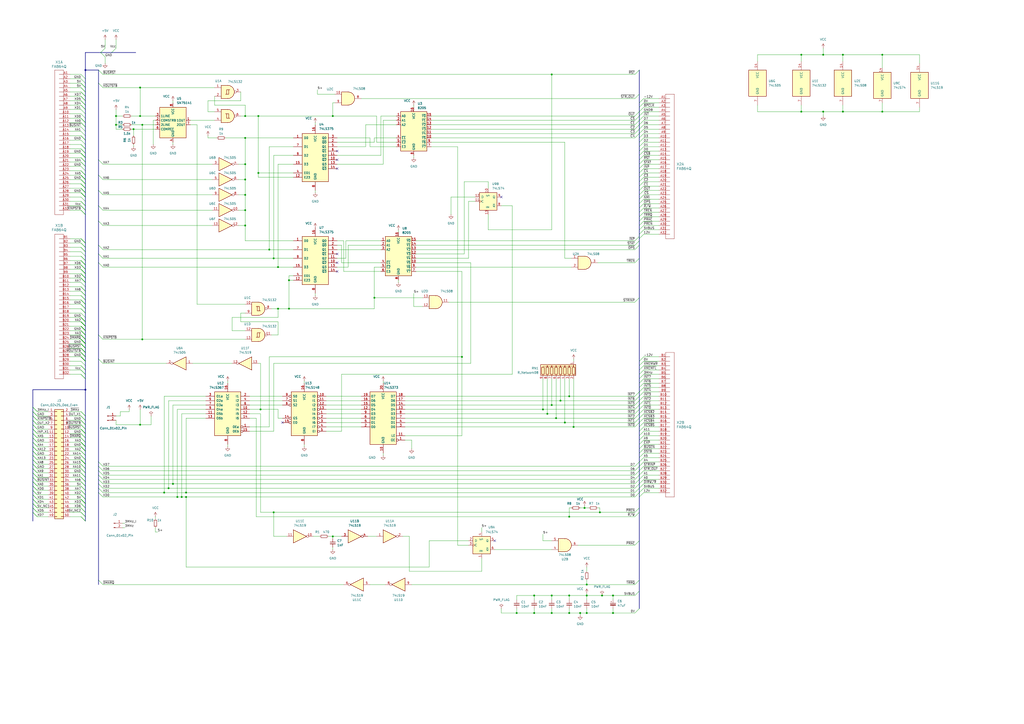
<source format=kicad_sch>
(kicad_sch
	(version 20231120)
	(generator "eeschema")
	(generator_version "8.0")
	(uuid "e1344761-a16d-4352-afe7-1fe017b9cf49")
	(paper "A2")
	(title_block
		(title "DataBoard 5076-00")
		(date "2023-10-10")
		(rev "v1.01")
		(company "SweProj")
		(comment 1 "Monty to 4680 int")
	)
	
	(junction
		(at 49.53 226.06)
		(diameter 0)
		(color 0 0 0 0)
		(uuid "0248e787-6e1c-49e8-8b0b-0fc7558c67a5")
	)
	(junction
		(at 81.28 246.38)
		(diameter 0)
		(color 0 0 0 0)
		(uuid "05b763b4-6408-49b5-b87b-cda311d9b6ce")
	)
	(junction
		(at 339.09 294.64)
		(diameter 0)
		(color 0 0 0 0)
		(uuid "076d30f8-018c-402d-8d10-5dcfd3142667")
	)
	(junction
		(at 149.86 67.31)
		(diameter 0)
		(color 0 0 0 0)
		(uuid "244cec5f-57b0-4577-8df4-68a098bbbd43")
	)
	(junction
		(at 81.28 50.8)
		(diameter 0)
		(color 0 0 0 0)
		(uuid "2871969b-8769-4be0-a32e-a479d171a607")
	)
	(junction
		(at 217.17 172.72)
		(diameter 0)
		(color 0 0 0 0)
		(uuid "2aed1204-9991-4d21-9d3d-b1782b590b56")
	)
	(junction
		(at 320.04 234.95)
		(diameter 0)
		(color 0 0 0 0)
		(uuid "2f528888-c6ea-4d1f-9c69-5cb216669b09")
	)
	(junction
		(at 355.6 355.6)
		(diameter 0)
		(color 0 0 0 0)
		(uuid "35d8cc86-0511-42a3-8650-711c5366c23e")
	)
	(junction
		(at 299.72 355.6)
		(diameter 0)
		(color 0 0 0 0)
		(uuid "365dcba7-1ede-46d0-bfbb-0e40c98742de")
	)
	(junction
		(at 102.87 288.29)
		(diameter 0)
		(color 0 0 0 0)
		(uuid "3b35ce85-19d7-4a6c-a1d6-fd3efe2fa667")
	)
	(junction
		(at 488.95 31.75)
		(diameter 0)
		(color 0 0 0 0)
		(uuid "3f71e12f-9502-42fe-8fa4-76c17bf6f9ab")
	)
	(junction
		(at 488.95 64.77)
		(diameter 0)
		(color 0 0 0 0)
		(uuid "41c7bd49-d3fb-40d4-8025-9d740a1f1fb6")
	)
	(junction
		(at 193.04 67.31)
		(diameter 0)
		(color 0 0 0 0)
		(uuid "463a61d8-6573-4061-ace2-17272ca41461")
	)
	(junction
		(at 267.97 207.01)
		(diameter 0)
		(color 0 0 0 0)
		(uuid "4cd5d0fe-7726-4814-b42d-12e9eaa2c5eb")
	)
	(junction
		(at 105.41 288.29)
		(diameter 0)
		(color 0 0 0 0)
		(uuid "4d2d9c93-7574-427a-bcbc-2766a597db87")
	)
	(junction
		(at 314.96 237.49)
		(diameter 0)
		(color 0 0 0 0)
		(uuid "4e4e9243-eff3-42b4-89cc-a07be9ce7a32")
	)
	(junction
		(at 330.2 229.87)
		(diameter 0)
		(color 0 0 0 0)
		(uuid "502360e3-a7a8-451d-8409-c0be032151c1")
	)
	(junction
		(at 81.28 67.31)
		(diameter 0)
		(color 0 0 0 0)
		(uuid "536aeeca-5580-4e0e-984e-11306e10c7d8")
	)
	(junction
		(at 327.66 245.11)
		(diameter 0)
		(color 0 0 0 0)
		(uuid "58b03589-825d-4568-9d2e-19086bdcdb10")
	)
	(junction
		(at 477.52 31.75)
		(diameter 0)
		(color 0 0 0 0)
		(uuid "58eb98d7-c281-4785-bd70-f57fa4ffcbd6")
	)
	(junction
		(at 511.81 31.75)
		(diameter 0)
		(color 0 0 0 0)
		(uuid "59a0d944-b2af-4f7e-8f63-17d3a1503b5e")
	)
	(junction
		(at 340.36 345.44)
		(diameter 0)
		(color 0 0 0 0)
		(uuid "59aa40ac-4ad0-441d-b7a9-6a7cbadad7fe")
	)
	(junction
		(at 336.55 355.6)
		(diameter 0)
		(color 0 0 0 0)
		(uuid "5ce13f3b-69d9-49dd-993b-8335328d2433")
	)
	(junction
		(at 161.29 154.94)
		(diameter 0)
		(color 0 0 0 0)
		(uuid "5e59be98-c4fc-4a0e-bebe-1f5ef853b042")
	)
	(junction
		(at 317.5 240.03)
		(diameter 0)
		(color 0 0 0 0)
		(uuid "703f091a-355b-44bf-ba8c-efb457cac25d")
	)
	(junction
		(at 477.52 64.77)
		(diameter 0)
		(color 0 0 0 0)
		(uuid "742026d4-df07-4383-b04c-cadbe184b998")
	)
	(junction
		(at 100.33 280.67)
		(diameter 0)
		(color 0 0 0 0)
		(uuid "7592db09-49d4-4924-9d55-27d5340981bb")
	)
	(junction
		(at 107.95 288.29)
		(diameter 0)
		(color 0 0 0 0)
		(uuid "7a72217c-afb2-47fc-9abf-8714d39f2b34")
	)
	(junction
		(at 161.29 179.07)
		(diameter 0)
		(color 0 0 0 0)
		(uuid "7e5b2ada-dc72-4175-9977-de205741c7bc")
	)
	(junction
		(at 309.88 345.44)
		(diameter 0)
		(color 0 0 0 0)
		(uuid "863df668-b970-4b28-93c2-29ab8aecb9ba")
	)
	(junction
		(at 330.2 345.44)
		(diameter 0)
		(color 0 0 0 0)
		(uuid "875a4fdb-2964-40ff-ad73-10467ef58a3c")
	)
	(junction
		(at 511.81 64.77)
		(diameter 0)
		(color 0 0 0 0)
		(uuid "87eaac93-63a4-485f-aaed-3fb1d24ca7da")
	)
	(junction
		(at 97.79 283.21)
		(diameter 0)
		(color 0 0 0 0)
		(uuid "89d34fb8-0470-41db-a2bf-e1f261ec228e")
	)
	(junction
		(at 320.04 355.6)
		(diameter 0)
		(color 0 0 0 0)
		(uuid "8fe63b48-de2c-498e-88e6-28489917b8ae")
	)
	(junction
		(at 142.24 130.81)
		(diameter 0)
		(color 0 0 0 0)
		(uuid "92fbef43-2de5-455e-b680-b9b33ef4a881")
	)
	(junction
		(at 355.6 345.44)
		(diameter 0)
		(color 0 0 0 0)
		(uuid "94a6e341-7b90-4a89-a151-fbcd9c44d106")
	)
	(junction
		(at 330.2 355.6)
		(diameter 0)
		(color 0 0 0 0)
		(uuid "99b34b48-aefc-46c8-9da7-7925dd3e815b")
	)
	(junction
		(at 77.47 74.93)
		(diameter 0)
		(color 0 0 0 0)
		(uuid "9ac1f459-db68-4401-b018-7c2bea440953")
	)
	(junction
		(at 49.53 40.64)
		(diameter 0)
		(color 0 0 0 0)
		(uuid "9b78e78c-bfb5-45a2-9e0f-fec7ad8c0819")
	)
	(junction
		(at 142.24 113.03)
		(diameter 0)
		(color 0 0 0 0)
		(uuid "9f816032-29e2-4044-87e3-15f626160ab3")
	)
	(junction
		(at 67.31 72.39)
		(diameter 0)
		(color 0 0 0 0)
		(uuid "ae2d3e84-afce-4676-b513-c6bc572da133")
	)
	(junction
		(at 332.74 247.65)
		(diameter 0)
		(color 0 0 0 0)
		(uuid "b019e1bf-8ff3-4cf7-95bf-026af145c021")
	)
	(junction
		(at 142.24 104.14)
		(diameter 0)
		(color 0 0 0 0)
		(uuid "b0fa76ea-a212-4397-978c-b505bdca798a")
	)
	(junction
		(at 193.04 311.15)
		(diameter 0)
		(color 0 0 0 0)
		(uuid "b376419f-c74c-4466-a82c-2628c9bb67e1")
	)
	(junction
		(at 340.36 355.6)
		(diameter 0)
		(color 0 0 0 0)
		(uuid "b7faae5e-fa60-4060-97d6-c8e84614a341")
	)
	(junction
		(at 95.25 285.75)
		(diameter 0)
		(color 0 0 0 0)
		(uuid "bc9fd276-f409-482e-af5b-f6872115c91d")
	)
	(junction
		(at 158.75 149.86)
		(diameter 0)
		(color 0 0 0 0)
		(uuid "bde5f379-fcfc-49e0-a7df-dc1668ec539b")
	)
	(junction
		(at 142.24 95.25)
		(diameter 0)
		(color 0 0 0 0)
		(uuid "bf52f8c7-ae61-40c2-91f3-6e763423c660")
	)
	(junction
		(at 320.04 43.18)
		(diameter 0)
		(color 0 0 0 0)
		(uuid "bfe65633-8ae6-4e45-8383-47d5230ea082")
	)
	(junction
		(at 149.86 100.33)
		(diameter 0)
		(color 0 0 0 0)
		(uuid "c0f447b0-d538-4db2-ad79-b99289a6e89b")
	)
	(junction
		(at 347.98 297.18)
		(diameter 0)
		(color 0 0 0 0)
		(uuid "c502b7f9-7665-4e17-a0c7-60a03e9eddcc")
	)
	(junction
		(at 330.2 299.72)
		(diameter 0)
		(color 0 0 0 0)
		(uuid "c755e985-d194-4b5f-8811-d158ae813f2f")
	)
	(junction
		(at 82.55 72.39)
		(diameter 0)
		(color 0 0 0 0)
		(uuid "ca6b8ad1-5ec8-4ff6-a4d4-29b96d07bd77")
	)
	(junction
		(at 142.24 67.31)
		(diameter 0)
		(color 0 0 0 0)
		(uuid "cc14543c-c026-49ba-8e0e-722b86da38fe")
	)
	(junction
		(at 349.25 345.44)
		(diameter 0)
		(color 0 0 0 0)
		(uuid "ce90a040-e41f-4f5e-bc95-1dbdcfd15a5b")
	)
	(junction
		(at 67.31 67.31)
		(diameter 0)
		(color 0 0 0 0)
		(uuid "d0625e38-f200-46af-acbc-ac8b1c831df7")
	)
	(junction
		(at 151.13 237.49)
		(diameter 0)
		(color 0 0 0 0)
		(uuid "d0dccd0c-4e09-4027-9bdf-4e1aaef4722a")
	)
	(junction
		(at 464.82 64.77)
		(diameter 0)
		(color 0 0 0 0)
		(uuid "d1be2fa8-2492-491e-bacc-1b125f079b8a")
	)
	(junction
		(at 320.04 345.44)
		(diameter 0)
		(color 0 0 0 0)
		(uuid "d53f213e-8d37-48c3-9a1f-47923cc35ac8")
	)
	(junction
		(at 464.82 31.75)
		(diameter 0)
		(color 0 0 0 0)
		(uuid "d6b250d2-c821-4fb3-b815-58c0149bab00")
	)
	(junction
		(at 107.95 285.75)
		(diameter 0)
		(color 0 0 0 0)
		(uuid "d8cf58eb-05ae-49ad-a7c2-c5adf693f0a3")
	)
	(junction
		(at 322.58 242.57)
		(diameter 0)
		(color 0 0 0 0)
		(uuid "d904278e-3ecc-4cda-9a46-94a9afe21f7a")
	)
	(junction
		(at 325.12 232.41)
		(diameter 0)
		(color 0 0 0 0)
		(uuid "d99e1d91-20ce-4fa8-a718-b0e0b8db571c")
	)
	(junction
		(at 158.75 297.18)
		(diameter 0)
		(color 0 0 0 0)
		(uuid "da9d8871-79a0-42f2-9411-088f2f82ea4e")
	)
	(junction
		(at 340.36 339.09)
		(diameter 0)
		(color 0 0 0 0)
		(uuid "dab38522-c4d7-4334-b3af-bbf22201fcf5")
	)
	(junction
		(at 82.55 196.85)
		(diameter 0)
		(color 0 0 0 0)
		(uuid "dbe9aecd-2213-4d05-8afb-451484886798")
	)
	(junction
		(at 167.64 179.07)
		(diameter 0)
		(color 0 0 0 0)
		(uuid "dc559b71-63dd-4d60-afe6-1af294dbdd4d")
	)
	(junction
		(at 156.21 144.78)
		(diameter 0)
		(color 0 0 0 0)
		(uuid "dee762d4-b1c6-4ba0-814b-b918fe7d5971")
	)
	(junction
		(at 142.24 121.92)
		(diameter 0)
		(color 0 0 0 0)
		(uuid "ee6736de-23d0-4e8d-87d0-2997d5b9f9dc")
	)
	(junction
		(at 309.88 355.6)
		(diameter 0)
		(color 0 0 0 0)
		(uuid "f6fad894-c0ac-4004-8ab3-cbd2f9c9ce69")
	)
	(junction
		(at 167.64 162.56)
		(diameter 0)
		(color 0 0 0 0)
		(uuid "f801c657-6ced-4a58-b03d-8f558cc360b9")
	)
	(junction
		(at 142.24 80.01)
		(diameter 0)
		(color 0 0 0 0)
		(uuid "fd46a241-fe18-4a7b-a7bf-7fee70609123")
	)
	(no_connect
		(at 195.58 157.48)
		(uuid "09e04520-eccc-4f39-8ae7-935869baaedf")
	)
	(no_connect
		(at 195.58 92.71)
		(uuid "0a582aaa-687a-45b7-a409-093ac710658d")
	)
	(no_connect
		(at 195.58 87.63)
		(uuid "1b6c93b4-dbf8-418b-98dd-0722835823de")
	)
	(no_connect
		(at 195.58 152.4)
		(uuid "2b360dac-74e6-46f4-91d1-b6dad72aabb4")
	)
	(no_connect
		(at 163.83 245.11)
		(uuid "56a0eb0a-b57d-4aa4-b084-6b1ecb6e0141")
	)
	(no_connect
		(at 195.58 97.79)
		(uuid "6b5e20f7-02f4-4487-ba39-30e046acc394")
	)
	(no_connect
		(at 195.58 147.32)
		(uuid "76b99f86-79ec-447e-8a3b-de7e0eff834c")
	)
	(no_connect
		(at 290.83 114.3)
		(uuid "96fef367-56c8-4746-8e1f-85d7793b30e2")
	)
	(no_connect
		(at 287.02 313.69)
		(uuid "b52b27f9-4786-4313-bcb4-c5768e4e8763")
	)
	(bus_entry
		(at 373.38 283.21)
		(size -2.54 2.54)
		(stroke
			(width 0)
			(type default)
		)
		(uuid "00626d44-c8b8-4b38-9cde-71900294fd2e")
	)
	(bus_entry
		(at 46.99 163.83)
		(size 2.54 2.54)
		(stroke
			(width 0)
			(type default)
		)
		(uuid "00d3dff9-bb1b-4a60-b916-59bad80da8cc")
	)
	(bus_entry
		(at 373.38 85.09)
		(size -2.54 2.54)
		(stroke
			(width 0)
			(type default)
		)
		(uuid "01010636-6a17-42dd-9380-162e0e12f25b")
	)
	(bus_entry
		(at 57.15 128.27)
		(size 2.54 2.54)
		(stroke
			(width 0)
			(type default)
		)
		(uuid "017cd690-d748-4cd4-b37c-4887931a7193")
	)
	(bus_entry
		(at 21.59 292.1)
		(size -2.54 -2.54)
		(stroke
			(width 0)
			(type default)
		)
		(uuid "01c276da-ea1c-434c-9c20-906d58d35d38")
	)
	(bus_entry
		(at 21.59 274.32)
		(size -2.54 -2.54)
		(stroke
			(width 0)
			(type default)
		)
		(uuid "01e7af3a-b92a-4c78-8d85-f68f45590ab9")
	)
	(bus_entry
		(at 373.38 247.65)
		(size -2.54 2.54)
		(stroke
			(width 0)
			(type default)
		)
		(uuid "031b8c7d-43da-4ccc-a6fc-99f9fadd6342")
	)
	(bus_entry
		(at 373.38 275.59)
		(size -2.54 2.54)
		(stroke
			(width 0)
			(type default)
		)
		(uuid "03386a55-d652-4111-8401-59d94af188a8")
	)
	(bus_entry
		(at 46.99 91.44)
		(size 2.54 2.54)
		(stroke
			(width 0)
			(type default)
		)
		(uuid "03c7bd74-a880-44d5-9cfb-06f328dd7ea1")
	)
	(bus_entry
		(at 46.99 246.38)
		(size 2.54 2.54)
		(stroke
			(width 0)
			(type default)
		)
		(uuid "041591bb-fbb7-45f1-8b22-6b43ec72209c")
	)
	(bus_entry
		(at 46.99 81.28)
		(size 2.54 2.54)
		(stroke
			(width 0)
			(type default)
		)
		(uuid "051ee245-da2c-4d91-bec0-d87155db3b0c")
	)
	(bus_entry
		(at 373.38 105.41)
		(size -2.54 2.54)
		(stroke
			(width 0)
			(type default)
		)
		(uuid "0593435c-a3a6-4303-8ee1-e2f747df2db5")
	)
	(bus_entry
		(at 46.99 91.44)
		(size 2.54 2.54)
		(stroke
			(width 0)
			(type default)
		)
		(uuid "06a91598-7a99-4bf1-95fb-18942d459f97")
	)
	(bus_entry
		(at 373.38 62.23)
		(size -2.54 2.54)
		(stroke
			(width 0)
			(type default)
		)
		(uuid "07e61786-b53e-4eea-a736-399d1db323d2")
	)
	(bus_entry
		(at 21.59 279.4)
		(size -2.54 -2.54)
		(stroke
			(width 0)
			(type default)
		)
		(uuid "07e8641d-0f2a-4f0e-93b7-d69f7db98131")
	)
	(bus_entry
		(at 46.99 161.29)
		(size 2.54 2.54)
		(stroke
			(width 0)
			(type default)
		)
		(uuid "0940ac63-080f-40fb-a992-a56ae663be12")
	)
	(bus_entry
		(at 46.99 207.01)
		(size 2.54 2.54)
		(stroke
			(width 0)
			(type default)
		)
		(uuid "097d6681-8084-4981-bdfb-3dda3e61a594")
	)
	(bus_entry
		(at 46.99 48.26)
		(size 2.54 2.54)
		(stroke
			(width 0)
			(type default)
		)
		(uuid "0a57f88b-6a1e-4cf3-a03f-55d4ccfdc902")
	)
	(bus_entry
		(at 46.99 204.47)
		(size 2.54 2.54)
		(stroke
			(width 0)
			(type default)
		)
		(uuid "0b76dbbc-4e8b-4f3d-b6c1-201ca306b253")
	)
	(bus_entry
		(at 46.99 179.07)
		(size 2.54 2.54)
		(stroke
			(width 0)
			(type default)
		)
		(uuid "0c1e2bd8-f4ab-4827-bf99-02d43cf0f3dd")
	)
	(bus_entry
		(at 46.99 101.6)
		(size 2.54 2.54)
		(stroke
			(width 0)
			(type default)
		)
		(uuid "0d4c2366-f664-4261-b04e-587f987a2bd9")
	)
	(bus_entry
		(at 21.59 276.86)
		(size -2.54 -2.54)
		(stroke
			(width 0)
			(type default)
		)
		(uuid "0e0ebf8b-fc49-4929-92e4-44a6d890c5d9")
	)
	(bus_entry
		(at 373.38 72.39)
		(size -2.54 2.54)
		(stroke
			(width 0)
			(type default)
		)
		(uuid "0ebcffc0-8f68-4080-8c66-264c38c9b22f")
	)
	(bus_entry
		(at 368.3 299.72)
		(size 2.54 -2.54)
		(stroke
			(width 0)
			(type default)
		)
		(uuid "0f654034-395a-4d19-916d-a329ff744fe8")
	)
	(bus_entry
		(at 373.38 232.41)
		(size -2.54 2.54)
		(stroke
			(width 0)
			(type default)
		)
		(uuid "0f96745d-9cc4-47b0-b110-7258aa92c025")
	)
	(bus_entry
		(at 46.99 76.2)
		(size 2.54 2.54)
		(stroke
			(width 0)
			(type default)
		)
		(uuid "1078915f-6439-417b-9c09-0af14323030e")
	)
	(bus_entry
		(at 368.3 237.49)
		(size 2.54 -2.54)
		(stroke
			(width 0)
			(type default)
		)
		(uuid "10b50ae2-11a9-4577-bb67-5e34e174be8a")
	)
	(bus_entry
		(at 46.99 111.76)
		(size 2.54 2.54)
		(stroke
			(width 0)
			(type default)
		)
		(uuid "10b6aaa8-79fb-40f5-b39c-f98db5192fb8")
	)
	(bus_entry
		(at 46.99 196.85)
		(size 2.54 2.54)
		(stroke
			(width 0)
			(type default)
		)
		(uuid "111f3560-f1c8-4c76-a829-cd8de6a5d4b5")
	)
	(bus_entry
		(at 373.38 92.71)
		(size -2.54 2.54)
		(stroke
			(width 0)
			(type default)
		)
		(uuid "11347683-79b8-48fd-a357-e86bf63fa540")
	)
	(bus_entry
		(at 46.99 254)
		(size 2.54 2.54)
		(stroke
			(width 0)
			(type default)
		)
		(uuid "11d3c47a-0973-48c6-bb9b-cdbe3139fe76")
	)
	(bus_entry
		(at 46.99 151.13)
		(size 2.54 2.54)
		(stroke
			(width 0)
			(type default)
		)
		(uuid "135f014e-2d53-484b-914a-bcc89846cf8d")
	)
	(bus_entry
		(at 46.99 140.97)
		(size 2.54 2.54)
		(stroke
			(width 0)
			(type default)
		)
		(uuid "13633ca1-340c-41d8-a17e-34bcbdfcedfc")
	)
	(bus_entry
		(at 21.59 246.38)
		(size -2.54 -2.54)
		(stroke
			(width 0)
			(type default)
		)
		(uuid "1367a8d8-9045-4cf3-9379-85d14dde0422")
	)
	(bus_entry
		(at 46.99 68.58)
		(size 2.54 2.54)
		(stroke
			(width 0)
			(type default)
		)
		(uuid "139f2953-845c-4e83-a240-dc9aa7b98803")
	)
	(bus_entry
		(at 368.3 288.29)
		(size 2.54 -2.54)
		(stroke
			(width 0)
			(type default)
		)
		(uuid "1492a306-e0c8-44e7-92ec-713cba0da2fb")
	)
	(bus_entry
		(at 46.99 246.38)
		(size 2.54 2.54)
		(stroke
			(width 0)
			(type default)
		)
		(uuid "14e31da1-4a0f-4050-a56a-8bcae3701054")
	)
	(bus_entry
		(at 373.38 107.95)
		(size -2.54 2.54)
		(stroke
			(width 0)
			(type default)
		)
		(uuid "150e2540-5141-45d1-8fcc-ec13bc1102d8")
	)
	(bus_entry
		(at 46.99 156.21)
		(size 2.54 2.54)
		(stroke
			(width 0)
			(type default)
		)
		(uuid "15fd0750-caf0-4cd4-a8c1-fc91f704268b")
	)
	(bus_entry
		(at 21.59 299.72)
		(size -2.54 -2.54)
		(stroke
			(width 0)
			(type default)
		)
		(uuid "160a398b-b270-4563-9812-c8014ee4bdbb")
	)
	(bus_entry
		(at 46.99 71.12)
		(size 2.54 2.54)
		(stroke
			(width 0)
			(type default)
		)
		(uuid "1672067c-cc7e-4e91-a084-d1292833cc55")
	)
	(bus_entry
		(at 373.38 212.09)
		(size -2.54 2.54)
		(stroke
			(width 0)
			(type default)
		)
		(uuid "16784260-93bf-498e-8645-d92f98054600")
	)
	(bus_entry
		(at 368.3 57.15)
		(size 2.54 -2.54)
		(stroke
			(width 0)
			(type default)
		)
		(uuid "16e98c12-45af-4f12-a381-c9e28ca5a7e2")
	)
	(bus_entry
		(at 46.99 161.29)
		(size 2.54 2.54)
		(stroke
			(width 0)
			(type default)
		)
		(uuid "180497e6-0dec-4857-8da1-41c9fd29c24f")
	)
	(bus_entry
		(at 46.99 111.76)
		(size 2.54 2.54)
		(stroke
			(width 0)
			(type default)
		)
		(uuid "1863c0bc-0297-4b3f-8d89-36e432bc6394")
	)
	(bus_entry
		(at 46.99 101.6)
		(size 2.54 2.54)
		(stroke
			(width 0)
			(type default)
		)
		(uuid "18763c10-a0ec-4bcb-9ee3-deab99849a9b")
	)
	(bus_entry
		(at 46.99 153.67)
		(size 2.54 2.54)
		(stroke
			(width 0)
			(type default)
		)
		(uuid "1903439a-37e1-4847-a3c9-1a1a83fef5ba")
	)
	(bus_entry
		(at 46.99 109.22)
		(size 2.54 2.54)
		(stroke
			(width 0)
			(type default)
		)
		(uuid "19c34264-3bbc-44b3-a571-af40ad80a33b")
	)
	(bus_entry
		(at 57.15 273.05)
		(size 2.54 2.54)
		(stroke
			(width 0)
			(type default)
		)
		(uuid "19d59bf2-1ac4-4653-9454-51b64733611c")
	)
	(bus_entry
		(at 46.99 271.78)
		(size 2.54 2.54)
		(stroke
			(width 0)
			(type default)
		)
		(uuid "1a4cee83-a250-4104-b167-1ab56f8498c5")
	)
	(bus_entry
		(at 46.99 50.8)
		(size 2.54 2.54)
		(stroke
			(width 0)
			(type default)
		)
		(uuid "1a93bada-4844-452e-99d6-c620d51adafc")
	)
	(bus_entry
		(at 46.99 191.77)
		(size 2.54 2.54)
		(stroke
			(width 0)
			(type default)
		)
		(uuid "1c22a299-fc05-4dcb-a78b-7c836185f9fc")
	)
	(bus_entry
		(at 46.99 194.31)
		(size 2.54 2.54)
		(stroke
			(width 0)
			(type default)
		)
		(uuid "1c7129e4-56e0-4f34-ae92-a77fecaef49f")
	)
	(bus_entry
		(at 46.99 266.7)
		(size 2.54 2.54)
		(stroke
			(width 0)
			(type default)
		)
		(uuid "1ce85a2d-9093-441f-a80d-45b1093fd122")
	)
	(bus_entry
		(at 46.99 104.14)
		(size 2.54 2.54)
		(stroke
			(width 0)
			(type default)
		)
		(uuid "1d75b0cf-a08e-43d0-8dd7-cb5eb618a155")
	)
	(bus_entry
		(at 46.99 86.36)
		(size 2.54 2.54)
		(stroke
			(width 0)
			(type default)
		)
		(uuid "1d87f935-40e6-45e1-927a-54a2e971f946")
	)
	(bus_entry
		(at 368.3 297.18)
		(size 2.54 -2.54)
		(stroke
			(width 0)
			(type default)
		)
		(uuid "1e078c91-a23f-4a1a-93d2-86d8e9283bdd")
	)
	(bus_entry
		(at 46.99 212.09)
		(size 2.54 2.54)
		(stroke
			(width 0)
			(type default)
		)
		(uuid "1e2dcca7-660f-4c28-bd86-ec74edf7dfd1")
	)
	(bus_entry
		(at 46.99 256.54)
		(size 2.54 2.54)
		(stroke
			(width 0)
			(type default)
		)
		(uuid "1e6e4ebf-2373-488c-ad95-728f584442b0")
	)
	(bus_entry
		(at 46.99 207.01)
		(size 2.54 2.54)
		(stroke
			(width 0)
			(type default)
		)
		(uuid "1e9bc929-916a-4d38-bd1b-6ad6f6457cfb")
	)
	(bus_entry
		(at 46.99 287.02)
		(size 2.54 2.54)
		(stroke
			(width 0)
			(type default)
		)
		(uuid "1f116560-5cbf-4686-9c7a-645e0e57acaa")
	)
	(bus_entry
		(at 46.99 207.01)
		(size 2.54 2.54)
		(stroke
			(width 0)
			(type default)
		)
		(uuid "1f138f43-3f25-4248-baf6-b3ac0e717bff")
	)
	(bus_entry
		(at 46.99 58.42)
		(size 2.54 2.54)
		(stroke
			(width 0)
			(type default)
		)
		(uuid "21108084-5c42-43d3-b9c2-a4b6426bba5d")
	)
	(bus_entry
		(at 46.99 189.23)
		(size 2.54 2.54)
		(stroke
			(width 0)
			(type default)
		)
		(uuid "216192d2-cf6c-4d39-aab9-a2dfaad5326b")
	)
	(bus_entry
		(at 46.99 194.31)
		(size 2.54 2.54)
		(stroke
			(width 0)
			(type default)
		)
		(uuid "2195968f-4ef0-47e7-8f74-b0856cb8eb5e")
	)
	(bus_entry
		(at 368.3 152.4)
		(size 2.54 -2.54)
		(stroke
			(width 0)
			(type default)
		)
		(uuid "21ad1ee0-5c1a-4f58-8e42-c7a00911646a")
	)
	(bus_entry
		(at 21.59 254)
		(size -2.54 -2.54)
		(stroke
			(width 0)
			(type default)
		)
		(uuid "223620f5-8696-4c0f-a812-ea7efe9056f3")
	)
	(bus_entry
		(at 46.99 243.84)
		(size 2.54 2.54)
		(stroke
			(width 0)
			(type default)
		)
		(uuid "22f337ed-98dd-4f67-a1ae-393735204df5")
	)
	(bus_entry
		(at 373.38 257.81)
		(size -2.54 2.54)
		(stroke
			(width 0)
			(type default)
		)
		(uuid "2434477b-ac75-4d2b-ab66-b594f555c606")
	)
	(bus_entry
		(at 46.99 138.43)
		(size 2.54 2.54)
		(stroke
			(width 0)
			(type default)
		)
		(uuid "24767407-a575-4076-a4b0-9d6790043f65")
	)
	(bus_entry
		(at 46.99 55.88)
		(size 2.54 2.54)
		(stroke
			(width 0)
			(type default)
		)
		(uuid "2548ffc4-183b-4af0-a1ff-7bc0ab2225b0")
	)
	(bus_entry
		(at 46.99 259.08)
		(size 2.54 2.54)
		(stroke
			(width 0)
			(type default)
		)
		(uuid "2598968d-60a0-4a59-9aba-2582c2ed4065")
	)
	(bus_entry
		(at 21.59 266.7)
		(size -2.54 -2.54)
		(stroke
			(width 0)
			(type default)
		)
		(uuid "25bbf8af-a1d4-44e9-88af-ed8a5d437ebb")
	)
	(bus_entry
		(at 373.38 133.35)
		(size -2.54 2.54)
		(stroke
			(width 0)
			(type default)
		)
		(uuid "25c19b93-6600-4790-952e-d53e167fd1ec")
	)
	(bus_entry
		(at 58.42 30.48)
		(size 2.54 -2.54)
		(stroke
			(width 0)
			(type default)
		)
		(uuid "27212589-8ff6-4573-af04-7544fc54afa8")
	)
	(bus_entry
		(at 46.99 248.92)
		(size 2.54 2.54)
		(stroke
			(width 0)
			(type default)
		)
		(uuid "2779c4dd-d22d-4bda-9871-557cc49b7845")
	)
	(bus_entry
		(at 46.99 292.1)
		(size 2.54 2.54)
		(stroke
			(width 0)
			(type default)
		)
		(uuid "27b2faf0-dfaa-43f1-bdca-f6ef87047d64")
	)
	(bus_entry
		(at 21.59 238.76)
		(size -2.54 -2.54)
		(stroke
			(width 0)
			(type default)
		)
		(uuid "285940c4-8c93-4f67-a547-5b882ddb4f58")
	)
	(bus_entry
		(at 46.99 274.32)
		(size 2.54 2.54)
		(stroke
			(width 0)
			(type default)
		)
		(uuid "28f9be8d-b106-4d3d-b090-97a9db1b4447")
	)
	(bus_entry
		(at 46.99 256.54)
		(size 2.54 2.54)
		(stroke
			(width 0)
			(type default)
		)
		(uuid "2950bf02-f288-41aa-88ac-b6ebc7a545b2")
	)
	(bus_entry
		(at 46.99 78.74)
		(size 2.54 2.54)
		(stroke
			(width 0)
			(type default)
		)
		(uuid "2962df16-b266-4d3c-a2d0-31770a49f0c6")
	)
	(bus_entry
		(at 373.38 262.89)
		(size -2.54 2.54)
		(stroke
			(width 0)
			(type default)
		)
		(uuid "29778652-1cb4-48a4-bdeb-debe2291faa5")
	)
	(bus_entry
		(at 46.99 297.18)
		(size 2.54 2.54)
		(stroke
			(width 0)
			(type default)
		)
		(uuid "29dc60e2-006f-4aca-90c8-9a1cae72a1ee")
	)
	(bus_entry
		(at 46.99 196.85)
		(size 2.54 2.54)
		(stroke
			(width 0)
			(type default)
		)
		(uuid "2a8d5b9d-a0f4-4418-9042-3eaf4c2f8f82")
	)
	(bus_entry
		(at 46.99 248.92)
		(size 2.54 2.54)
		(stroke
			(width 0)
			(type default)
		)
		(uuid "2c5ebd50-08e3-4c29-8948-7d8088246260")
	)
	(bus_entry
		(at 46.99 217.17)
		(size 2.54 2.54)
		(stroke
			(width 0)
			(type default)
		)
		(uuid "2ebd8d8e-e7bf-455b-852d-f15030a16962")
	)
	(bus_entry
		(at 46.99 297.18)
		(size 2.54 2.54)
		(stroke
			(width 0)
			(type default)
		)
		(uuid "2ec1d3a2-eed6-465f-abce-9ab7d49e4f03")
	)
	(bus_entry
		(at 368.3 74.93)
		(size 2.54 -2.54)
		(stroke
			(width 0)
			(type default)
		)
		(uuid "2f651ebf-704b-44f7-8474-054047fd2984")
	)
	(bus_entry
		(at 21.59 243.84)
		(size -2.54 -2.54)
		(stroke
			(width 0)
			(type default)
		)
		(uuid "2fd6dbec-a21c-417c-97d2-ee742c3523bc")
	)
	(bus_entry
		(at 46.99 292.1)
		(size 2.54 2.54)
		(stroke
			(width 0)
			(type default)
		)
		(uuid "2fd6e204-635e-415c-bfe5-946789b0c7ee")
	)
	(bus_entry
		(at 21.59 287.02)
		(size -2.54 -2.54)
		(stroke
			(width 0)
			(type default)
		)
		(uuid "313e1e09-01b5-4d7c-a9bf-c2a8581d0a36")
	)
	(bus_entry
		(at 46.99 256.54)
		(size 2.54 2.54)
		(stroke
			(width 0)
			(type default)
		)
		(uuid "3184ec14-83f3-4311-bc22-d5107b134624")
	)
	(bus_entry
		(at 46.99 83.82)
		(size 2.54 2.54)
		(stroke
			(width 0)
			(type default)
		)
		(uuid "32b5501b-877c-45e3-a306-4caf69ac474d")
	)
	(bus_entry
		(at 46.99 181.61)
		(size 2.54 2.54)
		(stroke
			(width 0)
			(type default)
		)
		(uuid "32ce7ec4-27d5-412f-86a8-ae55e659bce0")
	)
	(bus_entry
		(at 21.59 251.46)
		(size -2.54 -2.54)
		(stroke
			(width 0)
			(type default)
		)
		(uuid "32e9ed9c-5694-488b-b227-acac4738aa43")
	)
	(bus_entry
		(at 57.15 275.59)
		(size 2.54 2.54)
		(stroke
			(width 0)
			(type default)
		)
		(uuid "3367f88c-beb1-4921-8a4f-767c66836d95")
	)
	(bus_entry
		(at 373.38 82.55)
		(size -2.54 2.54)
		(stroke
			(width 0)
			(type default)
		)
		(uuid "33a44909-5efc-45c3-9ccd-f654d2535065")
	)
	(bus_entry
		(at 373.38 115.57)
		(size -2.54 2.54)
		(stroke
			(width 0)
			(type default)
		)
		(uuid "33e62bc8-1a75-4691-acec-8d0bf228a7a0")
	)
	(bus_entry
		(at 46.99 104.14)
		(size 2.54 2.54)
		(stroke
			(width 0)
			(type default)
		)
		(uuid "341cd6a1-838e-4b28-9e59-735c0c7ae3a8")
	)
	(bus_entry
		(at 46.99 45.72)
		(size 2.54 2.54)
		(stroke
			(width 0)
			(type default)
		)
		(uuid "34dacd57-0856-4830-9ec6-142189317342")
	)
	(bus_entry
		(at 46.99 93.98)
		(size 2.54 2.54)
		(stroke
			(width 0)
			(type default)
		)
		(uuid "350a9437-3a3d-4762-a01c-aa629a128dcd")
	)
	(bus_entry
		(at 21.59 261.62)
		(size -2.54 -2.54)
		(stroke
			(width 0)
			(type default)
		)
		(uuid "35ea7997-a48c-4568-8fc1-68f8f48229f6")
	)
	(bus_entry
		(at 46.99 43.18)
		(size 2.54 2.54)
		(stroke
			(width 0)
			(type default)
		)
		(uuid "3757fc29-e979-4724-a6d9-c33e01c28ac4")
	)
	(bus_entry
		(at 21.59 259.08)
		(size -2.54 -2.54)
		(stroke
			(width 0)
			(type default)
		)
		(uuid "380840bd-5c2c-4863-b6d9-15f45867c5bf")
	)
	(bus_entry
		(at 21.59 241.3)
		(size -2.54 -2.54)
		(stroke
			(width 0)
			(type default)
		)
		(uuid "3828a0d9-d8b9-4898-8474-c0cb93308de7")
	)
	(bus_entry
		(at 60.96 33.02)
		(size -2.54 -2.54)
		(stroke
			(width 0)
			(type default)
		)
		(uuid "387654d5-80d2-46d9-8cd5-7f208f8856d5")
	)
	(bus_entry
		(at 46.99 238.76)
		(size 2.54 2.54)
		(stroke
			(width 0)
			(type default)
		)
		(uuid "38d4f8e4-ca47-4de2-aed5-296079b6f830")
	)
	(bus_entry
		(at 46.99 201.93)
		(size 2.54 2.54)
		(stroke
			(width 0)
			(type default)
		)
		(uuid "38e65adc-e2e5-4202-b4ff-fb964959940b")
	)
	(bus_entry
		(at 21.59 299.72)
		(size -2.54 -2.54)
		(stroke
			(width 0)
			(type default)
		)
		(uuid "39aaaa38-609c-4ebe-8807-6fa015137c0e")
	)
	(bus_entry
		(at 368.3 234.95)
		(size 2.54 -2.54)
		(stroke
			(width 0)
			(type default)
		)
		(uuid "39bf5ea4-8a66-440b-9970-83032b783066")
	)
	(bus_entry
		(at 57.15 267.97)
		(size 2.54 2.54)
		(stroke
			(width 0)
			(type default)
		)
		(uuid "3a33b77d-520a-4245-ad82-aad1cade0e77")
	)
	(bus_entry
		(at 373.38 280.67)
		(size -2.54 2.54)
		(stroke
			(width 0)
			(type default)
		)
		(uuid "3a4ebfa4-0877-4ac3-b0a2-bed0f49cb978")
	)
	(bus_entry
		(at 46.99 101.6)
		(size 2.54 2.54)
		(stroke
			(width 0)
			(type default)
		)
		(uuid "3ac78842-b82f-40ea-8f07-dbbb33f4013a")
	)
	(bus_entry
		(at 368.3 77.47)
		(size 2.54 -2.54)
		(stroke
			(width 0)
			(type default)
		)
		(uuid "3adabfd9-0611-40a4-870b-1277e0cc9612")
	)
	(bus_entry
		(at 21.59 276.86)
		(size -2.54 -2.54)
		(stroke
			(width 0)
			(type default)
		)
		(uuid "3b76a28c-9e70-4359-9ca6-fd325696d966")
	)
	(bus_entry
		(at 46.99 161.29)
		(size 2.54 2.54)
		(stroke
			(width 0)
			(type default)
		)
		(uuid "3c23edf2-00d5-4a0d-a4d8-3f4fca4ffc37")
	)
	(bus_entry
		(at 46.99 266.7)
		(size 2.54 2.54)
		(stroke
			(width 0)
			(type default)
		)
		(uuid "3c5bd003-a40c-4c22-9d5d-4961ebb6e862")
	)
	(bus_entry
		(at 21.59 256.54)
		(size -2.54 -2.54)
		(stroke
			(width 0)
			(type default)
		)
		(uuid "3c68256e-b1e5-48c0-a5cd-5548c42da3d7")
	)
	(bus_entry
		(at 46.99 55.88)
		(size 2.54 2.54)
		(stroke
			(width 0)
			(type default)
		)
		(uuid "3cf6f733-5ba4-4898-8c43-65bcdbe93104")
	)
	(bus_entry
		(at 46.99 199.39)
		(size 2.54 2.54)
		(stroke
			(width 0)
			(type default)
		)
		(uuid "3ddbfc5c-4b17-4a17-9baa-f4f40103b702")
	)
	(bus_entry
		(at 46.99 166.37)
		(size 2.54 2.54)
		(stroke
			(width 0)
			(type default)
		)
		(uuid "3deb1f7c-516a-48a3-818b-b961a5aaa518")
	)
	(bus_entry
		(at 21.59 281.94)
		(size -2.54 -2.54)
		(stroke
			(width 0)
			(type default)
		)
		(uuid "3f473e37-ee12-4131-aaca-ef51ea8143c1")
	)
	(bus_entry
		(at 46.99 259.08)
		(size 2.54 2.54)
		(stroke
			(width 0)
			(type default)
		)
		(uuid "3ff3a47e-c2d5-46ab-977c-b10226e85fff")
	)
	(bus_entry
		(at 46.99 199.39)
		(size 2.54 2.54)
		(stroke
			(width 0)
			(type default)
		)
		(uuid "40b73d98-f3a1-47fe-81b9-26da153f236e")
	)
	(bus_entry
		(at 46.99 191.77)
		(size 2.54 2.54)
		(stroke
			(width 0)
			(type default)
		)
		(uuid "413f3597-d0bd-451d-b357-ef8e6e1800da")
	)
	(bus_entry
		(at 21.59 238.76)
		(size -2.54 -2.54)
		(stroke
			(width 0)
			(type default)
		)
		(uuid "4171041b-24bc-4bb9-a42a-da5d4bf65cce")
	)
	(bus_entry
		(at 21.59 269.24)
		(size -2.54 -2.54)
		(stroke
			(width 0)
			(type default)
		)
		(uuid "418ce37a-2839-472f-9e3d-9e5ee02dbead")
	)
	(bus_entry
		(at 46.99 254)
		(size 2.54 2.54)
		(stroke
			(width 0)
			(type default)
		)
		(uuid "419b60db-276c-4645-8103-6514fda53534")
	)
	(bus_entry
		(at 21.59 248.92)
		(size -2.54 -2.54)
		(stroke
			(width 0)
			(type default)
		)
		(uuid "41d7fcd7-5c7c-4708-9371-09a3060a98d9")
	)
	(bus_entry
		(at 368.3 283.21)
		(size 2.54 -2.54)
		(stroke
			(width 0)
			(type default)
		)
		(uuid "424d5095-8b18-4cee-877d-57aebbc7a6b3")
	)
	(bus_entry
		(at 368.3 69.85)
		(size 2.54 -2.54)
		(stroke
			(width 0)
			(type default)
		)
		(uuid "425ca748-e295-4d3e-b9fb-7a69c8e0ab29")
	)
	(bus_entry
		(at 373.38 120.65)
		(size -2.54 2.54)
		(stroke
			(width 0)
			(type default)
		)
		(uuid "42fed9bf-863c-423c-a913-47a5194aa7f3")
	)
	(bus_entry
		(at 46.99 151.13)
		(size 2.54 2.54)
		(stroke
			(width 0)
			(type default)
		)
		(uuid "4392f26a-a7b8-459c-b930-bb8a8e3da582")
	)
	(bus_entry
		(at 368.3 273.05)
		(size 2.54 -2.54)
		(stroke
			(width 0)
			(type default)
		)
		(uuid "43cb0c0b-b1af-475a-adf1-204dc1ceddb4")
	)
	(bus_entry
		(at 46.99 204.47)
		(size 2.54 2.54)
		(stroke
			(width 0)
			(type default)
		)
		(uuid "447e3886-0a16-4470-8cd8-53149baba9e0")
	)
	(bus_entry
		(at 373.38 234.95)
		(size -2.54 2.54)
		(stroke
			(width 0)
			(type default)
		)
		(uuid "44990fda-78c9-4d67-b2b5-8fa0085dc1dd")
	)
	(bus_entry
		(at 46.99 199.39)
		(size 2.54 2.54)
		(stroke
			(width 0)
			(type default)
		)
		(uuid "450c4136-1cbb-4f49-99d9-b4b5af2c2baa")
	)
	(bus_entry
		(at 46.99 196.85)
		(size 2.54 2.54)
		(stroke
			(width 0)
			(type default)
		)
		(uuid "46189da3-b16f-4a2d-bf00-88a15d0ad4e4")
	)
	(bus_entry
		(at 373.38 95.25)
		(size -2.54 2.54)
		(stroke
			(width 0)
			(type default)
		)
		(uuid "46d30a5e-4ff2-4822-84e1-9e0aa0081e33")
	)
	(bus_entry
		(at 21.59 284.48)
		(size -2.54 -2.54)
		(stroke
			(width 0)
			(type default)
		)
		(uuid "47f5c9d1-4e94-4e70-9517-a9fe767ed20e")
	)
	(bus_entry
		(at 46.99 99.06)
		(size 2.54 2.54)
		(stroke
			(width 0)
			(type default)
		)
		(uuid "4859695f-7a52-4f34-b37c-20adef611ee6")
	)
	(bus_entry
		(at 46.99 248.92)
		(size 2.54 2.54)
		(stroke
			(width 0)
			(type default)
		)
		(uuid "4887b0df-6caf-4d5e-b648-1b8e0d701cad")
	)
	(bus_entry
		(at 46.99 274.32)
		(size 2.54 2.54)
		(stroke
			(width 0)
			(type default)
		)
		(uuid "48952063-1497-4d14-8fd5-acea618a5cee")
	)
	(bus_entry
		(at 46.99 116.84)
		(size 2.54 2.54)
		(stroke
			(width 0)
			(type default)
		)
		(uuid "48c7fcf8-3a59-40a0-a2e9-5e205c34f956")
	)
	(bus_entry
		(at 368.3 72.39)
		(size 2.54 -2.54)
		(stroke
			(width 0)
			(type default)
		)
		(uuid "48df48c6-3f7c-416a-be98-6584db4a3390")
	)
	(bus_entry
		(at 21.59 254)
		(size -2.54 -2.54)
		(stroke
			(width 0)
			(type default)
		)
		(uuid "495a8bd2-379d-4c73-91bb-563725db8a55")
	)
	(bus_entry
		(at 21.59 264.16)
		(size -2.54 -2.54)
		(stroke
			(width 0)
			(type default)
		)
		(uuid "4aea5074-ffe6-46dc-b4bd-264c6b7af3af")
	)
	(bus_entry
		(at 46.99 53.34)
		(size 2.54 2.54)
		(stroke
			(width 0)
			(type default)
		)
		(uuid "4af666ea-a427-491c-a44c-7187cb6469b8")
	)
	(bus_entry
		(at 373.38 128.27)
		(size -2.54 2.54)
		(stroke
			(width 0)
			(type default)
		)
		(uuid "4bfa998a-63df-486c-beb9-b4fd8ca82c96")
	)
	(bus_entry
		(at 373.38 270.51)
		(size -2.54 2.54)
		(stroke
			(width 0)
			(type default)
		)
		(uuid "4c1f70dc-9295-4f1e-b8c6-4a5a9667050a")
	)
	(bus_entry
		(at 46.99 189.23)
		(size 2.54 2.54)
		(stroke
			(width 0)
			(type default)
		)
		(uuid "4cbd3cd3-2a43-4cbd-be47-e169397bad2c")
	)
	(bus_entry
		(at 57.15 142.24)
		(size 2.54 2.54)
		(stroke
			(width 0)
			(type default)
		)
		(uuid "4cda1c6e-27d2-4210-a8c9-515f3e12fd5f")
	)
	(bus_entry
		(at 368.3 280.67)
		(size 2.54 -2.54)
		(stroke
			(width 0)
			(type default)
		)
		(uuid "4da7c820-093f-4495-bad6-708fdb6bbc89")
	)
	(bus_entry
		(at 373.38 77.47)
		(size -2.54 2.54)
		(stroke
			(width 0)
			(type default)
		)
		(uuid "4de8ad98-ea1c-4325-8d8c-43cd9d1515a1")
	)
	(bus_entry
		(at 368.3 275.59)
		(size 2.54 -2.54)
		(stroke
			(width 0)
			(type default)
		)
		(uuid "4e974353-3a4a-4193-84fb-b1a85ef2cb9b")
	)
	(bus_entry
		(at 21.59 279.4)
		(size -2.54 -2.54)
		(stroke
			(width 0)
			(type default)
		)
		(uuid "4feeb057-e13c-4317-9f76-8c465ffccbc9")
	)
	(bus_entry
		(at 46.99 184.15)
		(size 2.54 2.54)
		(stroke
			(width 0)
			(type default)
		)
		(uuid "4ffc3cda-2af7-4ed3-8b92-9f66ce907386")
	)
	(bus_entry
		(at 46.99 248.92)
		(size 2.54 2.54)
		(stroke
			(width 0)
			(type default)
		)
		(uuid "50923a0c-aef5-4297-9b39-4c9e9df55ad8")
	)
	(bus_entry
		(at 46.99 168.91)
		(size 2.54 2.54)
		(stroke
			(width 0)
			(type default)
		)
		(uuid "51cc21fd-3de7-4d42-a629-1a17f7d4a1e4")
	)
	(bus_entry
		(at 46.99 194.31)
		(size 2.54 2.54)
		(stroke
			(width 0)
			(type default)
		)
		(uuid "528483bd-58e6-438e-aa54-e9d4ebc88ee1")
	)
	(bus_entry
		(at 57.15 40.64)
		(size 2.54 2.54)
		(stroke
			(width 0)
			(type default)
		)
		(uuid "530b1d8e-e115-42fd-9cab-aa3e30413011")
	)
	(bus_entry
		(at 46.99 106.68)
		(size 2.54 2.54)
		(stroke
			(width 0)
			(type default)
		)
		(uuid "53f5badf-98b7-4bab-b057-b2585950e157")
	)
	(bus_entry
		(at 21.59 266.7)
		(size -2.54 -2.54)
		(stroke
			(width 0)
			(type default)
		)
		(uuid "546d4f34-e858-40f9-ae75-b5821df6b563")
	)
	(bus_entry
		(at 373.38 57.15)
		(size -2.54 2.54)
		(stroke
			(width 0)
			(type default)
		)
		(uuid "54978c8e-c048-470f-b5a8-87059742b891")
	)
	(bus_entry
		(at 46.99 101.6)
		(size 2.54 2.54)
		(stroke
			(width 0)
			(type default)
		)
		(uuid "562226de-7aff-4bef-a4db-4dad950223d4")
	)
	(bus_entry
		(at 373.38 267.97)
		(size -2.54 2.54)
		(stroke
			(width 0)
			(type default)
		)
		(uuid "56cb32ea-4b49-4995-bbfe-886231905ae1")
	)
	(bus_entry
		(at 46.99 194.31)
		(size 2.54 2.54)
		(stroke
			(width 0)
			(type default)
		)
		(uuid "57276792-8517-4add-a2dd-adfef7457111")
	)
	(bus_entry
		(at 368.3 270.51)
		(size 2.54 -2.54)
		(stroke
			(width 0)
			(type default)
		)
		(uuid "573558ec-322a-4ae4-9cd4-861d4823b150")
	)
	(bus_entry
		(at 46.99 153.67)
		(size 2.54 2.54)
		(stroke
			(width 0)
			(type default)
		)
		(uuid "57409178-1e12-4224-96e5-7f2f1cd502cb")
	)
	(bus_entry
		(at 46.99 66.04)
		(size 2.54 2.54)
		(stroke
			(width 0)
			(type default)
		)
		(uuid "58e87849-b1a2-405f-aab6-b64bc294985c")
	)
	(bus_entry
		(at 21.59 259.08)
		(size -2.54 -2.54)
		(stroke
			(width 0)
			(type default)
		)
		(uuid "591f913b-86d9-4427-8208-38d996e4129f")
	)
	(bus_entry
		(at 373.38 118.11)
		(size -2.54 2.54)
		(stroke
			(width 0)
			(type default)
		)
		(uuid "5a99b870-f390-4355-85e3-41cb54a3a327")
	)
	(bus_entry
		(at 373.38 278.13)
		(size -2.54 2.54)
		(stroke
			(width 0)
			(type default)
		)
		(uuid "5bc700e2-0031-4b2a-ba26-fbc635732156")
	)
	(bus_entry
		(at 46.99 146.05)
		(size 2.54 2.54)
		(stroke
			(width 0)
			(type default)
		)
		(uuid "5c3297a9-be8f-4cc7-aa88-3c279b81c349")
	)
	(bus_entry
		(at 46.99 156.21)
		(size 2.54 2.54)
		(stroke
			(width 0)
			(type default)
		)
		(uuid "5c956e3d-b18c-4484-aa33-d6fd63045160")
	)
	(bus_entry
		(at 368.3 80.01)
		(size 2.54 -2.54)
		(stroke
			(width 0)
			(type default)
		)
		(uuid "5d1542d2-842c-46a5-b2f5-5a5bb465d92e")
	)
	(bus_entry
		(at 57.15 208.28)
		(size 2.54 2.54)
		(stroke
			(width 0)
			(type default)
		)
		(uuid "5e0006aa-ceb4-4516-9f43-22d0593786f1")
	)
	(bus_entry
		(at 368.3 144.78)
		(size 2.54 -2.54)
		(stroke
			(width 0)
			(type default)
		)
		(uuid "5f867e0e-a923-4db1-9843-f4684abfb7ed")
	)
	(bus_entry
		(at 46.99 173.99)
		(size 2.54 2.54)
		(stroke
			(width 0)
			(type default)
		)
		(uuid "5fcdba7f-c1ec-4166-a063-d2551466f78c")
	)
	(bus_entry
		(at 46.99 186.69)
		(size 2.54 2.54)
		(stroke
			(width 0)
			(type default)
		)
		(uuid "5ffe9477-d7d9-4a78-b62c-09fa7efd47ac")
	)
	(bus_entry
		(at 46.99 196.85)
		(size 2.54 2.54)
		(stroke
			(width 0)
			(type default)
		)
		(uuid "617364e2-b9f2-47ee-ad9a-240289491ab2")
	)
	(bus_entry
		(at 368.3 339.09)
		(size 2.54 -2.54)
		(stroke
			(width 0)
			(type default)
		)
		(uuid "617a97da-0613-438c-8524-57483ccbe57a")
	)
	(bus_entry
		(at 373.38 237.49)
		(size -2.54 2.54)
		(stroke
			(width 0)
			(type default)
		)
		(uuid "61c3a101-0ce8-4e5a-83d3-8fb7c83921a8")
	)
	(bus_entry
		(at 46.99 153.67)
		(size 2.54 2.54)
		(stroke
			(width 0)
			(type default)
		)
		(uuid "6327393b-be79-4d8c-a969-9a833326411b")
	)
	(bus_entry
		(at 373.38 242.57)
		(size -2.54 2.54)
		(stroke
			(width 0)
			(type default)
		)
		(uuid "643fd9e1-a5c3-44ea-b759-7ffd76a47f49")
	)
	(bus_entry
		(at 57.15 48.26)
		(size 2.54 2.54)
		(stroke
			(width 0)
			(type default)
		)
		(uuid "65402f33-5c53-4aad-9ccd-3ba990b9405e")
	)
	(bus_entry
		(at 46.99 284.48)
		(size 2.54 2.54)
		(stroke
			(width 0)
			(type default)
		)
		(uuid "6681d5ce-ad69-4b25-9fe1-1dd7f79ea882")
	)
	(bus_entry
		(at 46.99 173.99)
		(size 2.54 2.54)
		(stroke
			(width 0)
			(type default)
		)
		(uuid "66dfa170-fba9-44aa-9c06-5dc545c6fa14")
	)
	(bus_entry
		(at 46.99 119.38)
		(size 2.54 2.54)
		(stroke
			(width 0)
			(type default)
		)
		(uuid "6745fc1c-1b41-44f1-ad04-2ad4809f3508")
	)
	(bus_entry
		(at 21.59 271.78)
		(size -2.54 -2.54)
		(stroke
			(width 0)
			(type default)
		)
		(uuid "67465f29-ef5a-46c1-a2f6-391f81022155")
	)
	(bus_entry
		(at 46.99 209.55)
		(size 2.54 2.54)
		(stroke
			(width 0)
			(type default)
		)
		(uuid "68e913e8-45bb-4272-a163-44cbc7d5d489")
	)
	(bus_entry
		(at 373.38 209.55)
		(size -2.54 2.54)
		(stroke
			(width 0)
			(type default)
		)
		(uuid "6af4272c-000a-4e52-9beb-2548f77bcab6")
	)
	(bus_entry
		(at 373.38 224.79)
		(size -2.54 2.54)
		(stroke
			(width 0)
			(type default)
		)
		(uuid "6c48abc1-6f7a-479a-bf86-2f83f0b80554")
	)
	(bus_entry
		(at 46.99 194.31)
		(size 2.54 2.54)
		(stroke
			(width 0)
			(type default)
		)
		(uuid "6de0c966-3d01-4fd5-8331-a6c7047a72c5")
	)
	(bus_entry
		(at 46.99 114.3)
		(size 2.54 2.54)
		(stroke
			(width 0)
			(type default)
		)
		(uuid "6ed5b6d7-2d26-45b7-8cab-e9205bb62f26")
	)
	(bus_entry
		(at 46.99 111.76)
		(size 2.54 2.54)
		(stroke
			(width 0)
			(type default)
		)
		(uuid "6eeb4dd0-cddb-42b6-b41e-359df3d4acea")
	)
	(bus_entry
		(at 46.99 176.53)
		(size 2.54 2.54)
		(stroke
			(width 0)
			(type default)
		)
		(uuid "6f690662-a692-4876-b152-98e243df4d8b")
	)
	(bus_entry
		(at 373.38 250.19)
		(size -2.54 2.54)
		(stroke
			(width 0)
			(type default)
		)
		(uuid "6fce74e4-9386-4b64-b744-e711c16c7730")
	)
	(bus_entry
		(at 46.99 184.15)
		(size 2.54 2.54)
		(stroke
			(width 0)
			(type default)
		)
		(uuid "6ff1e458-940e-4248-a106-f374a2dee9d6")
	)
	(bus_entry
		(at 21.59 248.92)
		(size -2.54 -2.54)
		(stroke
			(width 0)
			(type default)
		)
		(uuid "70cda8e8-d108-49d4-bb82-6801e3dc158d")
	)
	(bus_entry
		(at 373.38 69.85)
		(size -2.54 2.54)
		(stroke
			(width 0)
			(type default)
		)
		(uuid "70e3f6fc-a62b-497f-a8dc-56f2283ac3a2")
	)
	(bus_entry
		(at 46.99 241.3)
		(size 2.54 2.54)
		(stroke
			(width 0)
			(type default)
		)
		(uuid "70fb844a-82bd-4bc4-9409-2b3a6ff4678a")
	)
	(bus_entry
		(at 57.15 147.32)
		(size 2.54 2.54)
		(stroke
			(width 0)
			(type default)
		)
		(uuid "71400ee4-1a6e-46c6-ae0b-f5c403917e28")
	)
	(bus_entry
		(at 46.99 266.7)
		(size 2.54 2.54)
		(stroke
			(width 0)
			(type default)
		)
		(uuid "71c5b89f-9346-4456-a14c-609d0087ba5a")
	)
	(bus_entry
		(at 373.38 260.35)
		(size -2.54 2.54)
		(stroke
			(width 0)
			(type default)
		)
		(uuid "73658f85-b177-4d8a-8243-fb52b682d8a7")
	)
	(bus_entry
		(at 46.99 71.12)
		(size 2.54 2.54)
		(stroke
			(width 0)
			(type default)
		)
		(uuid "75626068-a764-4784-a070-17a5b31c7b07")
	)
	(bus_entry
		(at 46.99 109.22)
		(size 2.54 2.54)
		(stroke
			(width 0)
			(type default)
		)
		(uuid "76e05a86-b133-4431-93e1-e4f9301ad265")
	)
	(bus_entry
		(at 46.99 173.99)
		(size 2.54 2.54)
		(stroke
			(width 0)
			(type
... [347412 chars truncated]
</source>
